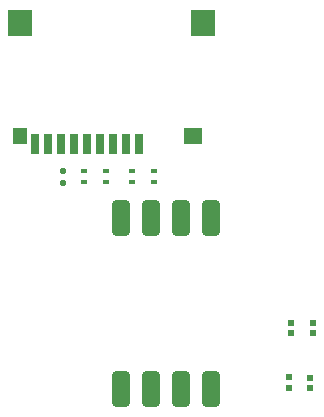
<source format=gbp>
G04*
G04 #@! TF.GenerationSoftware,Altium Limited,Altium Designer,20.0.13 (296)*
G04*
G04 Layer_Color=128*
%FSLAX24Y24*%
%MOIN*%
G70*
G01*
G75*
G04:AMPARAMS|DCode=19|XSize=20mil|YSize=20mil|CornerRadius=5mil|HoleSize=0mil|Usage=FLASHONLY|Rotation=180.000|XOffset=0mil|YOffset=0mil|HoleType=Round|Shape=RoundedRectangle|*
%AMROUNDEDRECTD19*
21,1,0.0200,0.0100,0,0,180.0*
21,1,0.0100,0.0200,0,0,180.0*
1,1,0.0100,-0.0050,0.0050*
1,1,0.0100,0.0050,0.0050*
1,1,0.0100,0.0050,-0.0050*
1,1,0.0100,-0.0050,-0.0050*
%
%ADD19ROUNDEDRECTD19*%
%ADD20R,0.0197X0.0157*%
G04:AMPARAMS|DCode=72|XSize=120mil|YSize=60mil|CornerRadius=15mil|HoleSize=0mil|Usage=FLASHONLY|Rotation=90.000|XOffset=0mil|YOffset=0mil|HoleType=Round|Shape=RoundedRectangle|*
%AMROUNDEDRECTD72*
21,1,0.1200,0.0300,0,0,90.0*
21,1,0.0900,0.0600,0,0,90.0*
1,1,0.0300,0.0150,0.0450*
1,1,0.0300,0.0150,-0.0450*
1,1,0.0300,-0.0150,-0.0450*
1,1,0.0300,-0.0150,0.0450*
%
%ADD72ROUNDEDRECTD72*%
%ADD73R,0.0197X0.0197*%
%ADD74R,0.0800X0.0866*%
%ADD75R,0.0630X0.0551*%
%ADD76R,0.0472X0.0551*%
%ADD77R,0.0276X0.0709*%
D19*
X20300Y26550D02*
D03*
Y26950D02*
D03*
D20*
X21750Y26600D02*
D03*
Y26935D02*
D03*
X22600Y26600D02*
D03*
Y26935D02*
D03*
X21000Y26600D02*
D03*
Y26935D02*
D03*
X23350Y26600D02*
D03*
Y26935D02*
D03*
D72*
X22250Y19700D02*
D03*
X23250D02*
D03*
X24250D02*
D03*
X25250D02*
D03*
Y25400D02*
D03*
X24250D02*
D03*
X23250D02*
D03*
X22250D02*
D03*
D73*
X27850Y19730D02*
D03*
Y20070D02*
D03*
X28550Y19710D02*
D03*
Y20050D02*
D03*
X27900Y21900D02*
D03*
Y21560D02*
D03*
X28650Y21890D02*
D03*
Y21550D02*
D03*
D74*
X24961Y31893D02*
D03*
X18858D02*
D03*
D75*
X24646Y28113D02*
D03*
D76*
X18858D02*
D03*
D77*
X22835Y27866D02*
D03*
X22402D02*
D03*
X21969D02*
D03*
X21535D02*
D03*
X21102D02*
D03*
X20236D02*
D03*
X19803D02*
D03*
X19370D02*
D03*
X20669D02*
D03*
M02*

</source>
